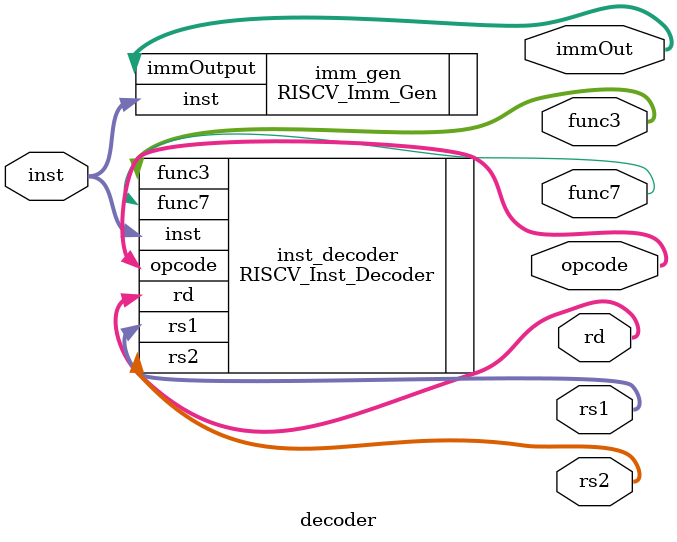
<source format=v>
module decoder (
    input      [31:0] inst,

    output  [4:0]  rd, rs1, rs2,
    output  [2:0]  func3,
    output         func7,
    output  [31:0] immOut,
    output  [6:0]  opcode
);

// Decoder
RISCV_Inst_Decoder inst_decoder (.inst(inst), 
                                 .rd(rd), .rs1(rs1), .rs2(rs2),
                                 .func3(func3), .func7(func7), .opcode(opcode));

// Immediate generator
RISCV_Imm_Gen imm_gen (.inst(inst), .immOutput(immOut));
    
endmodule
</source>
